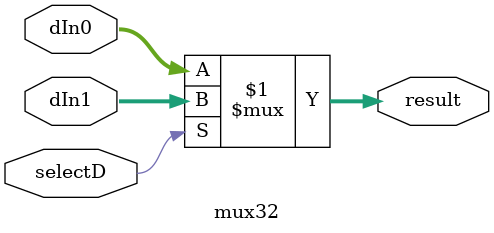
<source format=v>
module mux32 (result, dIn0, dIn1, selectD);
	output [31:0] result;
	input [31:0] dIn0, dIn1;
	input selectD;

	assign result = selectD ? dIn1 : dIn0;
endmodule

</source>
